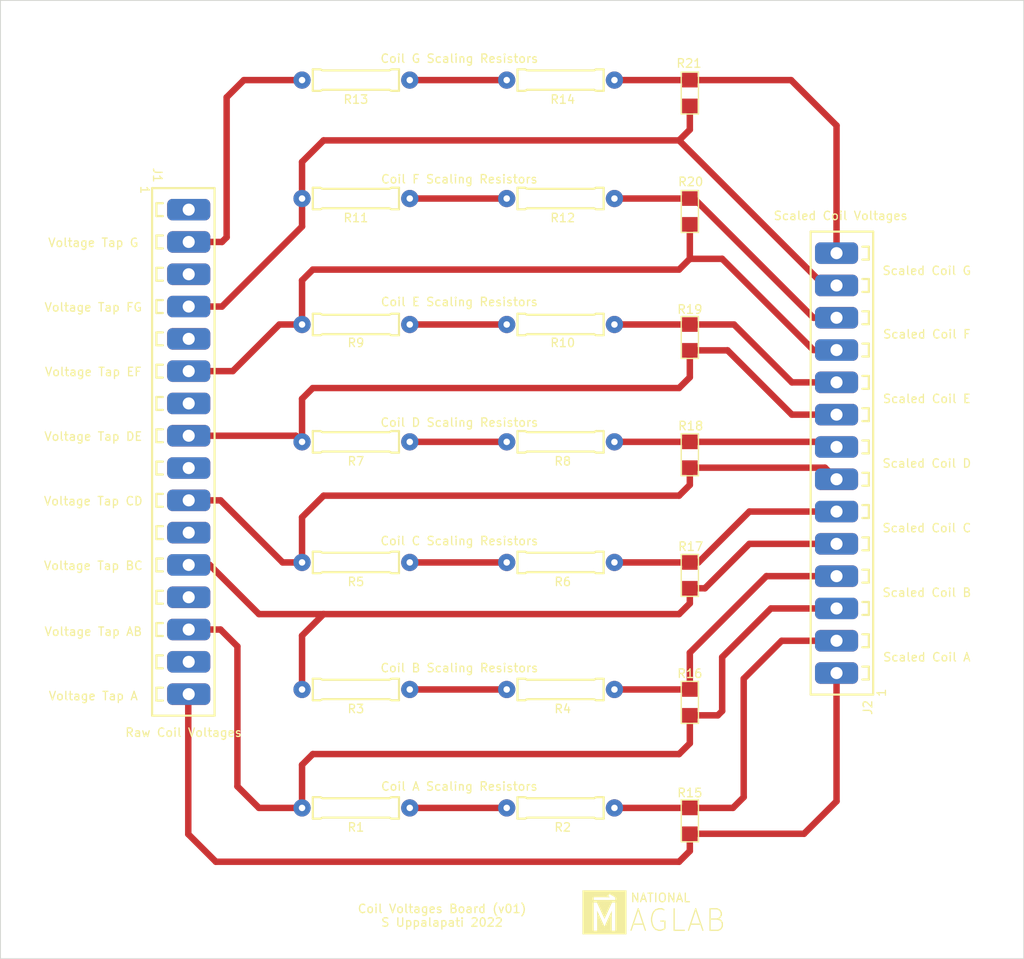
<source format=kicad_pcb>
(kicad_pcb (version 20211014) (generator pcbnew)
  (title_block (title "Coil Voltages Board") (date "10/14/2022") (rev "v01") (company "NHMFL") (comment 1 "Sujana Uppalapati"))
  (layers (0 "F.Cu" signal) (31 "B.Cu" signal) (34 "B.Paste" user) (35 "F.Paste" user) (36 "B.SilkS" user "B.Silkscreen") (37 "F.SilkS" user "F.Silkscreen") (38 "B.Mask" user) (39 "F.Mask" user) (44 "Edge.Cuts" user))
  (net 0 "")
  (net 1 "Net-(R1-Pad2)")
  (net 2 "Net-(R3-Pad2)")
  (net 3 "Net-(R5-Pad2)")
  (net 4 "Net-(R7-Pad2)")
  (net 5 "Net-(R10-Pad1)")
  (net 6 "Net-(J2-Pad10)")
  (net 7 "Net-(R11-Pad2)")
  (net 8 "Net-(J2-Pad12)")
  (net 9 "Net-(R13-Pad2)")
  (net 10 "Net-(J2-Pad14)")
  (net 11 "Net-(J1-Pad2)")
  (net 12 "Net-(J1-Pad4)")
  (net 13 "Net-(J1-Pad6)")
  (net 14 "Net-(J1-Pad8)")
  (net 16 "Net-(J1-Pad10)")
  (net 18 "Net-(J1-Pad12)")
  (net 20 "Net-(J1-Pad14)")
  (net 22 "Net-(J1-Pad16)")
  (net 24 "Net-(J2-Pad2)")
  (net 26 "Net-(J2-Pad4)")
  (net 28 "Net-(J2-Pad6)")
  (net 30 "Net-(J2-Pad8)")
  (footprint "ap_Resistor_SMD:R_1206" (layer "F.Cu") (at 151.13 90.424 -90)
    (fp_text reference "R17" (at -1.876 -0.1) (layer "F.SilkS") (effects (font (size 1.016 1.016))))
    (fp_text value "10K" hide)
    (pad "1" smd rect locked (at 0 0 270) (size 1.7272 1.8288) (layers "F.Cu" "F.Paste" "F.Mask") (net 28 "Net-(J2-Pad6)"))
    (pad "2" smd rect locked (at 3.048 0 270) (size 1.7272 1.8288) (layers "F.Cu" "F.Paste" "F.Mask") (net 18 "Net-(J1-Pad12)"))
  )
  (footprint "ap_Resistor_Thru:R_500" (layer "F.Cu") (at 105.41 119.38)
    (fp_text reference "R1" (at 6.35 2.286) (layer "F.SilkS"))
    (fp_text value "res_500" hide)
    (pad "1" thru_hole circle locked (at 0 0) (size 2.032 2.032) (drill 0.762) (layers *.Cu *.Mask) (net 20 "Net-(J1-Pad14)"))
    (pad "2" thru_hole circle locked (at 12.7 0) (size 2.032 2.032) (drill 0.762) (layers *.Cu *.Mask) (net 1 "Net-(R1-Pad2)"))
  )
  (footprint "ap_Resistor_SMD:R_1206" (layer "F.Cu") (at 151.13 76.2 -90)
    (fp_text reference "R18" (at -1.876 -0.1) (layer "F.SilkS") (effects (font (size 1.016 1.016))))
    (fp_text value "10K" hide)
    (pad "1" smd rect locked (at 0 0 270) (size 1.7272 1.8288) (layers "F.Cu" "F.Paste" "F.Mask") (net 30 "Net-(J2-Pad8)"))
    (pad "2" smd rect locked (at 3.048 0 270) (size 1.7272 1.8288) (layers "F.Cu" "F.Paste" "F.Mask") (net 16 "Net-(J1-Pad10)"))
  )
  (footprint "ap_Resistor_Thru:R_500" (layer "F.Cu") (at 129.54 33.528)
    (fp_text reference "R14" (at 6.604 2.286) (layer "F.SilkS"))
    (fp_text value "res_500" hide)
    (pad "1" thru_hole circle locked (at 0 0) (size 2.032 2.032) (drill 0.762) (layers *.Cu *.Mask) (net 9 "Net-(R13-Pad2)"))
    (pad "2" thru_hole circle locked (at 12.7 0) (size 2.032 2.032) (drill 0.762) (layers *.Cu *.Mask) (net 10 "Net-(J2-Pad14)"))
  )
  (footprint "ap_Resistor_Thru:R_500" (layer "F.Cu") (at 129.54 47.498)
    (fp_text reference "R12" (at 6.604 2.286) (layer "F.SilkS"))
    (fp_text value "res_500" hide)
    (pad "1" thru_hole circle locked (at 0 0) (size 2.032 2.032) (drill 0.762) (layers *.Cu *.Mask) (net 7 "Net-(R11-Pad2)"))
    (pad "2" thru_hole circle locked (at 12.7 0) (size 2.032 2.032) (drill 0.762) (layers *.Cu *.Mask) (net 8 "Net-(J2-Pad12)"))
  )
  (footprint "ap_Resistor_Thru:R_500" (layer "F.Cu") (at 129.54 62.357)
    (fp_text reference "R10" (at 6.604 2.159) (layer "F.SilkS"))
    (fp_text value "res_500" hide)
    (pad "1" thru_hole circle locked (at 0 0) (size 2.032 2.032) (drill 0.762) (layers *.Cu *.Mask) (net 5 "Net-(R10-Pad1)"))
    (pad "2" thru_hole circle locked (at 12.7 0) (size 2.032 2.032) (drill 0.762) (layers *.Cu *.Mask) (net 6 "Net-(J2-Pad10)"))
  )
  (footprint "ap_Pad_Hole:125_Hole_Iso" (layer "F.Cu") (at 182.88 31.75)
    (fp_text reference "Pad2" hide)
    (fp_text value "125_hole_iso" hide)
    (pad "" np_thru_hole circle locked (at 0 0) (size 3.175 3.175) (drill 3.175) (layers *.Cu *.Mask) (clearance 4.445))
  )
  (footprint "ap_Resistor_Thru:R_500" (layer "F.Cu") (at 105.41 76.2)
    (fp_text reference "R7" (at 6.35 2.286) (layer "F.SilkS"))
    (fp_text value "res_500" hide)
    (pad "1" thru_hole circle locked (at 0 0) (size 2.032 2.032) (drill 0.762) (layers *.Cu *.Mask) (net 14 "Net-(J1-Pad8)"))
    (pad "2" thru_hole circle locked (at 12.7 0) (size 2.032 2.032) (drill 0.762) (layers *.Cu *.Mask) (net 4 "Net-(R7-Pad2)"))
  )
  (footprint "ap_Pad_Hole:125_Hole_Iso" (layer "F.Cu") (at 182.88 129.54)
    (fp_text reference "Pad3" hide)
    (fp_text value "125_hole_iso" hide)
    (pad "" np_thru_hole circle locked (at 0 0) (size 3.175 3.175) (drill 3.175) (layers *.Cu *.Mask) (clearance 4.445))
  )
  (footprint "ap_Resistor_Thru:R_500" (layer "F.Cu") (at 105.41 90.424)
    (fp_text reference "R5" (at 6.35 2.286) (layer "F.SilkS"))
    (fp_text value "res_500" hide)
    (pad "1" thru_hole circle locked (at 0 0) (size 2.032 2.032) (drill 0.762) (layers *.Cu *.Mask) (net 16 "Net-(J1-Pad10)"))
    (pad "2" thru_hole circle locked (at 12.7 0) (size 2.032 2.032) (drill 0.762) (layers *.Cu *.Mask) (net 3 "Net-(R5-Pad2)"))
  )
  (footprint "ap_Resistor_SMD:R_1206" (layer "F.Cu") (at 151.13 105.41 -90)
    (fp_text reference "R16" (at -1.876 0) (layer "F.SilkS") (effects (font (size 1.016 1.016))))
    (fp_text value "10K" hide)
    (pad "1" smd rect locked (at 0 0 270) (size 1.7272 1.8288) (layers "F.Cu" "F.Paste" "F.Mask") (net 26 "Net-(J2-Pad4)"))
    (pad "2" smd rect locked (at 3.048 0 270) (size 1.7272 1.8288) (layers "F.Cu" "F.Paste" "F.Mask") (net 20 "Net-(J1-Pad14)"))
  )
  (footprint "ap_Resistor_Thru:R_500" (layer "F.Cu") (at 105.41 62.357)
    (fp_text reference "R9" (at 6.35 2.159) (layer "F.SilkS"))
    (fp_text value "res_500" hide)
    (pad "1" thru_hole circle locked (at 0 0) (size 2.032 2.032) (drill 0.762) (layers *.Cu *.Mask) (net 13 "Net-(J1-Pad6)"))
    (pad "2" thru_hole circle locked (at 12.7 0) (size 2.032 2.032) (drill 0.762) (layers *.Cu *.Mask) (net 5 "Net-(R10-Pad1)"))
  )
  (footprint "ap_Resistor_SMD:R_1206" (layer "F.Cu") (at 151.13 47.498 -90)
    (fp_text reference "R20" (at -1.976 -0.1) (layer "F.SilkS") (effects (font (size 1.016 1.016))))
    (fp_text value "10K" hide)
    (pad "1" smd rect locked (at 0 0 270) (size 1.7272 1.8288) (layers "F.Cu" "F.Paste" "F.Mask") (net 8 "Net-(J2-Pad12)"))
    (pad "2" smd rect locked (at 3.048 0 270) (size 1.7272 1.8288) (layers "F.Cu" "F.Paste" "F.Mask") (net 13 "Net-(J1-Pad6)"))
  )
  (footprint "ap_Resistor_Thru:R_500" (layer "F.Cu") (at 129.54 76.2)
    (fp_text reference "R8" (at 6.604 2.286) (layer "F.SilkS"))
    (fp_text value "res_500" hide)
    (pad "1" thru_hole circle locked (at 0 0) (size 2.032 2.032) (drill 0.762) (layers *.Cu *.Mask) (net 4 "Net-(R7-Pad2)"))
    (pad "2" thru_hole circle locked (at 12.7 0) (size 2.032 2.032) (drill 0.762) (layers *.Cu *.Mask) (net 30 "Net-(J2-Pad8)"))
  )
  (footprint "ap_Resistor_Thru:R_500" (layer "F.Cu") (at 129.54 105.41)
    (fp_text reference "R4" (at 6.604 2.286) (layer "F.SilkS"))
    (fp_text value "res_500" hide)
    (pad "1" thru_hole circle locked (at 0 0) (size 2.032 2.032) (drill 0.762) (layers *.Cu *.Mask) (net 2 "Net-(R3-Pad2)"))
    (pad "2" thru_hole circle locked (at 12.7 0) (size 2.032 2.032) (drill 0.762) (layers *.Cu *.Mask) (net 26 "Net-(J2-Pad4)"))
  )
  (footprint "ap_Resistor_SMD:R_1206" (layer "F.Cu") (at 151.13 119.38 -90)
    (fp_text reference "R15" (at -1.776 0) (layer "F.SilkS") (effects (font (size 1.016 1.016))))
    (fp_text value "10K" hide)
    (pad "1" smd rect locked (at 0 0 270) (size 1.7272 1.8288) (layers "F.Cu" "F.Paste" "F.Mask") (net 24 "Net-(J2-Pad2)"))
    (pad "2" smd rect locked (at 3.048 0 270) (size 1.7272 1.8288) (layers "F.Cu" "F.Paste" "F.Mask") (net 22 "Net-(J1-Pad16)"))
  )
  (footprint "ap_Pad_Hole:125_Hole_Iso" (layer "F.Cu") (at 77.47 31.75)
    (fp_text reference "Pad1" hide)
    (fp_text value "125_hole_iso" hide)
    (pad "" np_thru_hole circle locked (at 0 0) (size 3.175 3.175) (drill 3.175) (layers *.Cu *.Mask) (clearance 4.445))
  )
  (footprint "ap_Pad_Hole:125_Hole_Iso" (layer "F.Cu") (at 77.47 129.54)
    (fp_text reference "Pad4" hide)
    (fp_text value "125_hole_iso" hide)
    (pad "" np_thru_hole circle locked (at 0 0) (size 3.175 3.175) (drill 3.175) (layers *.Cu *.Mask) (clearance 4.445))
  )
  (footprint "ap_Resistor_Thru:R_500" (layer "F.Cu") (at 105.41 47.498)
    (fp_text reference "R11" (at 6.35 2.286) (layer "F.SilkS"))
    (fp_text value "res_500" hide)
    (pad "1" thru_hole circle locked (at 0 0) (size 2.032 2.032) (drill 0.762) (layers *.Cu *.Mask) (net 12 "Net-(J1-Pad4)"))
    (pad "2" thru_hole circle locked (at 12.7 0) (size 2.032 2.032) (drill 0.762) (layers *.Cu *.Mask) (net 7 "Net-(R11-Pad2)"))
  )
  (footprint "KiCAD Library_SU:MCV_16Pin_1803565" (layer "F.Cu") (at 92.05 48.81 -90)
    (fp_text reference "J1" (at -4.064 3.683 -90 unlocked) (layer "F.SilkS") (effects (font (size 1.016 1.016))))
    (fp_text value "MCV_16Pin_1803565" hide)
    (pad "1" thru_hole roundrect (at 0 0 270) (size 2.54 5.08) (drill 1.4224) (layers *.Cu *.Mask))
    (pad "2" thru_hole roundrect (at 3.81 0 270) (size 2.54 5.08) (drill 1.4224) (layers *.Cu *.Mask) (net 11 "Net-(J1-Pad2)"))
    (pad "3" thru_hole roundrect (at 7.62 0 270) (size 2.54 5.08) (drill 1.4224) (layers *.Cu *.Mask))
    (pad "4" thru_hole roundrect (at 11.43 0 270) (size 2.54 5.08) (drill 1.4224) (layers *.Cu *.Mask) (net 12 "Net-(J1-Pad4)"))
    (pad "5" thru_hole roundrect (at 15.24 0 270) (size 2.54 5.08) (drill 1.4224) (layers *.Cu *.Mask))
    (pad "6" thru_hole roundrect (at 19.05 0 270) (size 2.54 5.08) (drill 1.4224) (layers *.Cu *.Mask) (net 13 "Net-(J1-Pad6)"))
    (pad "7" thru_hole roundrect (at 22.86 0 270) (size 2.54 5.08) (drill 1.4224) (layers *.Cu *.Mask))
    (pad "8" thru_hole roundrect (at 26.67 0 270) (size 2.54 5.08) (drill 1.4224) (layers *.Cu *.Mask) (net 14 "Net-(J1-Pad8)"))
    (pad "9" thru_hole roundrect (at 30.48 0 270) (size 2.54 5.08) (drill 1.4224) (layers *.Cu *.Mask))
    (pad "10" thru_hole roundrect (at 34.29 0 270) (size 2.54 5.08) (drill 1.4224) (layers *.Cu *.Mask) (net 16 "Net-(J1-Pad10)"))
    (pad "11" thru_hole roundrect (at 38.1 0 270) (size 2.54 5.08) (drill 1.4224) (layers *.Cu *.Mask))
    (pad "12" thru_hole roundrect (at 41.91 0 270) (size 2.54 5.08) (drill 1.4224) (layers *.Cu *.Mask) (net 18 "Net-(J1-Pad12)"))
    (pad "13" thru_hole roundrect (at 45.72 0 270) (size 2.54 5.08) (drill 1.4224) (layers *.Cu *.Mask))
    (pad "14" thru_hole roundrect (at 49.53 0 270) (size 2.54 5.08) (drill 1.4224) (layers *.Cu *.Mask) (net 20 "Net-(J1-Pad14)"))
    (pad "15" thru_hole roundrect (at 53.34 0 270) (size 2.54 5.08) (drill 1.4224) (layers *.Cu *.Mask))
    (pad "16" thru_hole roundrect (at 57.15 0 270) (size 2.54 5.08) (drill 1.4224) (layers *.Cu *.Mask) (net 22 "Net-(J1-Pad16)"))
  )
  (footprint "ap_Resistor_Thru:R_500" (layer "F.Cu") (at 129.54 90.424)
    (fp_text reference "R6" (at 6.604 2.286) (layer "F.SilkS"))
    (fp_text value "res_500" hide)
    (pad "1" thru_hole circle locked (at 0 0) (size 2.032 2.032) (drill 0.762) (layers *.Cu *.Mask) (net 3 "Net-(R5-Pad2)"))
    (pad "2" thru_hole circle locked (at 12.7 0) (size 2.032 2.032) (drill 0.762) (layers *.Cu *.Mask) (net 28 "Net-(J2-Pad6)"))
  )
  (footprint "ap_Resistor_Thru:R_500" (layer "F.Cu") (at 105.41 33.528)
    (fp_text reference "R13" (at 6.35 2.286) (layer "F.SilkS"))
    (fp_text value "res_500" hide)
    (pad "1" thru_hole circle locked (at 0 0) (size 2.032 2.032) (drill 0.762) (layers *.Cu *.Mask) (net 11 "Net-(J1-Pad2)"))
    (pad "2" thru_hole circle locked (at 12.7 0) (size 2.032 2.032) (drill 0.762) (layers *.Cu *.Mask) (net 9 "Net-(R13-Pad2)"))
  )
  (footprint "KiCAD Library_SU:MCV_14Pin_1803549" (layer "F.Cu") (at 168.425 103.472 90)
    (fp_text reference "J2" (at -4.064 3.683 90) (layer "F.SilkS") (effects (font (size 1.016 1.016))))
    (fp_text value "MCV_14Pin_1803549" hide)
    (pad "1" thru_hole roundrect (at 0 0 90) (size 2.54 5.08) (drill 1.4224) (layers *.Cu *.Mask) (net 22 "Net-(J1-Pad16)"))
    (pad "2" thru_hole roundrect (at 3.81 0 90) (size 2.54 5.08) (drill 1.4224) (layers *.Cu *.Mask) (net 24 "Net-(J2-Pad2)"))
    (pad "3" thru_hole roundrect (at 7.62 0 90) (size 2.54 5.08) (drill 1.4224) (layers *.Cu *.Mask) (net 20 "Net-(J1-Pad14)"))
    (pad "4" thru_hole roundrect (at 11.43 0 90) (size 2.54 5.08) (drill 1.4224) (layers *.Cu *.Mask) (net 26 "Net-(J2-Pad4)"))
    (pad "5" thru_hole roundrect (at 15.24 0 90) (size 2.54 5.08) (drill 1.4224) (layers *.Cu *.Mask) (net 18 "Net-(J1-Pad12)"))
    (pad "6" thru_hole roundrect (at 19.05 0 90) (size 2.54 5.08) (drill 1.4224) (layers *.Cu *.Mask) (net 28 "Net-(J2-Pad6)"))
    (pad "7" thru_hole roundrect (at 22.86 0 90) (size 2.54 5.08) (drill 1.4224) (layers *.Cu *.Mask) (net 16 "Net-(J1-Pad10)"))
    (pad "8" thru_hole roundrect (at 26.67 0 90) (size 2.54 5.08) (drill 1.4224) (layers *.Cu *.Mask) (net 30 "Net-(J2-Pad8)"))
    (pad "9" thru_hole roundrect (at 30.48 0 90) (size 2.54 5.08) (drill 1.4224) (layers *.Cu *.Mask) (net 14 "Net-(J1-Pad8)"))
    (pad "10" thru_hole roundrect (at 34.29 0 90) (size 2.54 5.08) (drill 1.4224) (layers *.Cu *.Mask) (net 6 "Net-(J2-Pad10)"))
    (pad "11" thru_hole roundrect (at 38.1 0 90) (size 2.54 5.08) (drill 1.4224) (layers *.Cu *.Mask) (net 13 "Net-(J1-Pad6)"))
    (pad "12" thru_hole roundrect (at 41.91 0 90) (size 2.54 5.08) (drill 1.4224) (layers *.Cu *.Mask) (net 8 "Net-(J2-Pad12)"))
    (pad "13" thru_hole roundrect (at 45.72 0 90) (size 2.54 5.08) (drill 1.4224) (layers *.Cu *.Mask) (net 12 "Net-(J1-Pad4)"))
    (pad "14" thru_hole roundrect (at 49.53 0 90) (size 2.54 5.08) (drill 1.4224) (layers *.Cu *.Mask) (net 10 "Net-(J2-Pad14)"))
  )
  (footprint "ap_Resistor_SMD:R_1206" (layer "F.Cu") (at 151.13 33.528 -90)
    (fp_text reference "R21" (at -1.976 0.1) (layer "F.SilkS") (effects (font (size 1.016 1.016))))
    (fp_text value "10K" hide)
    (pad "1" smd rect locked (at 0 0 270) (size 1.7272 1.8288) (layers "F.Cu" "F.Paste" "F.Mask") (net 10 "Net-(J2-Pad14)"))
    (pad "2" smd rect locked (at 3.048 0 270) (size 1.7272 1.8288) (layers "F.Cu" "F.Paste" "F.Mask") (net 12 "Net-(J1-Pad4)"))
  )
  (footprint "ap_Resistor_Thru:R_500" (layer "F.Cu") (at 129.54 119.38)
    (fp_text reference "R2" (at 6.604 2.286) (layer "F.SilkS"))
    (fp_text value "res_500" hide)
    (pad "1" thru_hole circle locked (at 0 0) (size 2.032 2.032) (drill 0.762) (layers *.Cu *.Mask) (net 1 "Net-(R1-Pad2)"))
    (pad "2" thru_hole circle locked (at 12.7 0) (size 2.032 2.032) (drill 0.762) (layers *.Cu *.Mask) (net 24 "Net-(J2-Pad2)"))
  )
  (footprint "ap_PCB_Misc:Maglab_Logo" (layer "F.Cu") (at 138.525 134.23667)
    (fp_text reference "111" hide)
    (fp_text value "MAGLAB_LOGO_1_2" hide)
    (fp_text user "AGLAB" (at 11.176 -1.5875) (layer "F.SilkS") (effects (font (size 2.54 2.54))))
    (fp_text user "NATIONAL" (at 9.144 -4.2545) (layer "F.SilkS") (effects (font (size 1.016 1.016))))
  )
  (footprint "ap_Resistor_SMD:R_1206" (layer "F.Cu") (at 151.13 62.357 -90)
    (fp_text reference "R19" (at -1.776 0) (layer "F.SilkS") (effects (font (size 1.016 1.016))))
    (fp_text value "10K" hide)
    (pad "1" smd rect locked (at 0 0 270) (size 1.7272 1.8288) (layers "F.Cu" "F.Paste" "F.Mask") (net 6 "Net-(J2-Pad10)"))
    (pad "2" smd rect locked (at 3.048 0 270) (size 1.7272 1.8288) (layers "F.Cu" "F.Paste" "F.Mask") (net 14 "Net-(J1-Pad8)"))
  )
  (footprint "ap_Resistor_Thru:R_500" (layer "F.Cu") (at 105.41 105.41)
    (fp_text reference "R3" (at 6.35 2.286) (layer "F.SilkS"))
    (fp_text value "res_500" hide)
    (pad "1" thru_hole circle locked (at 0 0) (size 2.032 2.032) (drill 0.762) (layers *.Cu *.Mask) (net 18 "Net-(J1-Pad12)"))
    (pad "2" thru_hole circle locked (at 12.7 0) (size 2.032 2.032) (drill 0.762) (layers *.Cu *.Mask) (net 2 "Net-(R3-Pad2)"))
  )
  (gr_rect (start 69.85 24.13) (end 190.5 137.16) (layer "Edge.Cuts") (width 0.1) (fill none))
  (gr_text "Scaled Coil B" (at 179.07 93.98) (layer "F.SilkS") (effects (font (size 1 1))))
  (gr_text "Coil Voltages Board (v01)\nS Uppalapati 2022" (at 121.92 132.08) (layer "F.SilkS") (effects (font (size 1 1))))
  (gr_text "Voltage Tap FG" (at 80.7974 60.325) (layer "F.SilkS") (effects (font (size 1 1))))
  (gr_text "Voltage Tap BC" (at 80.7974 90.805) (layer "F.SilkS") (effects (font (size 1 1))))
  (gr_text "Coil B Scaling Resistors" (at 123.952 102.87) (layer "F.SilkS") (effects (font (size 1 1))))
  (gr_text "Scaled Coil F" (at 179.07 63.5) (layer "F.SilkS") (effects (font (size 1 1))))
  (gr_text "Scaled Coil Voltages" (at 168.91 49.53) (layer "F.SilkS") (effects (font (size 1 1))))
  (gr_text "Coil F Scaling Resistors" (at 123.952 45.212) (layer "F.SilkS") (effects (font (size 1 1))))
  (gr_text "Voltage Tap G" (at 80.7974 52.705) (layer "F.SilkS") (effects (font (size 1 1))))
  (gr_text "Scaled Coil E" (at 179.07 71.12) (layer "F.SilkS") (effects (font (size 1 1))))
  (gr_text "Coil E Scaling Resistors" (at 123.952 59.69) (layer "F.SilkS") (effects (font (size 1 1))))
  (gr_text "Voltage Tap EF" (at 80.7974 67.945) (layer "F.SilkS") (effects (font (size 1 1))))
  (gr_text "Scaled Coil D" (at 179.07 78.74) (layer "F.SilkS") (effects (font (size 1 1))))
  (gr_text "Scaled Coil A" (at 179.07 101.6) (layer "F.SilkS") (effects (font (size 1 1))))
  (gr_text "Voltage Tap CD" (at 80.7974 83.185) (layer "F.SilkS") (effects (font (size 1 1))))
  (gr_text "Coil C Scaling Resistors" (at 123.952 87.884) (layer "F.SilkS") (effects (font (size 1 1))))
  (gr_text "Raw Coil Voltages" (at 91.44 110.49) (layer "F.SilkS") (effects (font (size 1 1))))
  (gr_text "Voltage Tap DE\n" (at 80.7974 75.565) (layer "F.SilkS") (effects (font (size 1 1))))
  (gr_text "1" (at 86.868 46.482 -90) (layer "F.SilkS") (effects (font (size 1 1))))
  (gr_text "Coil G Scaling Resistors" (at 123.952 30.988) (layer "F.SilkS") (effects (font (size 1 1))))
  (gr_text "Voltage Tap AB" (at 80.7974 98.5774) (layer "F.SilkS") (effects (font (size 1 1))))
  (gr_text "1" (at 173.736 105.791 90) (layer "F.SilkS") (effects (font (size 1 1))))
  (gr_text "Coil A Scaling Resistors" (at 123.952 116.84) (layer "F.SilkS") (effects (font (size 1 1))))
  (gr_text "Coil D Scaling Resistors" (at 123.952 73.914) (layer "F.SilkS") (effects (font (size 1 1))))
  (gr_text "Scaled Coil C" (at 179.07 86.36) (layer "F.SilkS") (effects (font (size 1 1))))
  (gr_text "Voltage Tap A" (at 80.7974 106.172) (layer "F.SilkS") (effects (font (size 1 1))))
  (gr_text "Scaled Coil G" (at 179.07 56.007) (layer "F.SilkS") (effects (font (size 1 1))))
  (segment (start 118.11 119.38) (end 129.54 119.38) (width 0.762) (layer "F.Cu") (net 1))
  (segment (start 118.11 105.41) (end 129.54 105.41) (width 0.762) (layer "F.Cu") (net 2))
  (segment (start 118.11 90.424) (end 129.54 90.424) (width 0.762) (layer "F.Cu") (net 3))
  (segment (start 118.11 76.2) (end 129.54 76.2) (width 0.762) (layer "F.Cu") (net 4))
  (segment (start 118.11 62.357) (end 129.54 62.357) (width 0.762) (layer "F.Cu") (net 5))
  (segment (start 163.162 69.182) (end 156.337 62.357) (width 0.762) (layer "F.Cu") (net 6))
  (segment (start 156.337 62.357) (end 151.13 62.357) (width 0.762) (layer "F.Cu") (net 6))
  (segment (start 142.24 62.357) (end 151.13 62.357) (width 0.762) (layer "F.Cu") (net 6))
  (segment (start 168.425 69.182) (end 163.162 69.182) (width 0.762) (layer "F.Cu") (net 6))
  (segment (start 118.11 47.498) (end 129.54 47.498) (width 0.762) (layer "F.Cu") (net 7))
  (segment (start 151.638 47.498) (end 151.13 47.498) (width 0.762) (layer "F.Cu") (net 8))
  (segment (start 168.425 61.562) (end 165.702 61.562) (width 0.762) (layer "F.Cu") (net 8))
  (segment (start 165.702 61.562) (end 151.638 47.498) (width 0.762) (layer "F.Cu") (net 8))
  (segment (start 142.24 47.498) (end 151.13 47.498) (width 0.762) (layer "F.Cu") (net 8))
  (segment (start 129.54 33.528) (end 118.11 33.528) (width 0.762) (layer "F.Cu") (net 9))
  (segment (start 168.425 38.885) (end 163.068 33.528) (width 0.762) (layer "F.Cu") (net 10))
  (segment (start 142.24 33.528) (end 151.13 33.528) (width 0.762) (layer "F.Cu") (net 10))
  (segment (start 163.068 33.528) (end 151.13 33.528) (width 0.762) (layer "F.Cu") (net 10))
  (segment (start 168.425 53.942) (end 168.425 38.885) (width 0.762) (layer "F.Cu") (net 10))
  (segment (start 98.552 33.528) (end 105.41 33.528) (width 0.762) (layer "F.Cu") (net 11))
  (segment (start 96.52 35.56) (end 98.552 33.528) (width 0.762) (layer "F.Cu") (net 11))
  (segment (start 95.97 52.62) (end 96.52 52.07) (width 0.762) (layer "F.Cu") (net 11))
  (segment (start 92.05 52.62) (end 95.97 52.62) (width 0.762) (layer "F.Cu") (net 11))
  (segment (start 96.52 52.07) (end 96.52 35.56) (width 0.762) (layer "F.Cu") (net 11))
  (segment (start 149.86 40.64) (end 151.13 39.37) (width 0.762) (layer "F.Cu") (net 12))
  (segment (start 151.13 39.37) (end 151.13 36.576) (width 0.762) (layer "F.Cu") (net 12))
  (segment (start 107.95 40.64) (end 149.86 40.64) (width 0.762) (layer "F.Cu") (net 12))
  (segment (start 166.972 57.752) (end 149.86 40.64) (width 0.762) (layer "F.Cu") (net 12))
  (segment (start 95.97 60.24) (end 105.41 50.8) (width 0.762) (layer "F.Cu") (net 12))
  (segment (start 105.41 43.18) (end 107.95 40.64) (width 0.762) (layer "F.Cu") (net 12))
  (segment (start 105.41 47.498) (end 105.41 43.18) (width 0.762) (layer "F.Cu") (net 12))
  (segment (start 105.41 50.8) (end 105.41 47.498) (width 0.762) (layer "F.Cu") (net 12))
  (segment (start 92.05 60.24) (end 95.97 60.24) (width 0.762) (layer "F.Cu") (net 12))
  (segment (start 168.425 57.752) (end 166.972 57.752) (width 0.762) (layer "F.Cu") (net 12))
  (segment (start 105.41 57.15) (end 106.68 55.88) (width 0.762) (layer "F.Cu") (net 13))
  (segment (start 165.702 65.372) (end 154.94 54.61) (width 0.762) (layer "F.Cu") (net 13))
  (segment (start 105.41 62.357) (end 105.41 57.15) (width 0.762) (layer "F.Cu") (net 13))
  (segment (start 102.743 62.357) (end 105.41 62.357) (width 0.762) (layer "F.Cu") (net 13))
  (segment (start 97.24 67.86) (end 102.743 62.357) (width 0.762) (layer "F.Cu") (net 13))
  (segment (start 92.05 67.86) (end 97.24 67.86) (width 0.762) (layer "F.Cu") (net 13))
  (segment (start 151.13 54.61) (end 151.13 50.546) (width 0.762) (layer "F.Cu") (net 13))
  (segment (start 149.86 55.88) (end 151.13 54.61) (width 0.762) (layer "F.Cu") (net 13))
  (segment (start 154.94 54.61) (end 151.13 54.61) (width 0.762) (layer "F.Cu") (net 13))
  (segment (start 106.68 55.88) (end 149.86 55.88) (width 0.762) (layer "F.Cu") (net 13))
  (segment (start 168.425 65.372) (end 165.702 65.372) (width 0.762) (layer "F.Cu") (net 13))
  (segment (start 151.13 68.58) (end 151.13 65.405) (width 0.762) (layer "F.Cu") (net 14))
  (segment (start 105.41 76.2) (end 105.41 71.12) (width 0.762) (layer "F.Cu") (net 14))
  (segment (start 92.05 75.48) (end 104.69 75.48) (width 0.762) (layer "F.Cu") (net 14))
  (segment (start 168.425 72.992) (end 163.162 72.992) (width 0.762) (layer "F.Cu") (net 14))
  (segment (start 105.41 71.12) (end 106.68 69.85) (width 0.762) (layer "F.Cu") (net 14))
  (segment (start 155.575 65.405) (end 151.13 65.405) (width 0.762) (layer "F.Cu") (net 14))
  (segment (start 104.69 75.48) (end 105.41 76.2) (width 0.762) (layer "F.Cu") (net 14))
  (segment (start 149.86 69.85) (end 151.13 68.58) (width 0.762) (layer "F.Cu") (net 14))
  (segment (start 106.68 69.85) (end 149.86 69.85) (width 0.762) (layer "F.Cu") (net 14))
  (segment (start 163.162 72.992) (end 155.575 65.405) (width 0.762) (layer "F.Cu") (net 14))
  (segment (start 168.425 80.612) (end 167.061 79.248) (width 0.762) (layer "F.Cu") (net 16))
  (segment (start 151.13 81.28) (end 151.13 79.248) (width 0.762) (layer "F.Cu") (net 16))
  (segment (start 149.86 82.55) (end 151.13 81.28) (width 0.762) (layer "F.Cu") (net 16))
  (segment (start 95.8 83.1) (end 103.124 90.424) (width 0.762) (layer "F.Cu") (net 16))
  (segment (start 105.41 90.424) (end 105.41 85.09) (width 0.762) (layer "F.Cu") (net 16))
  (segment (start 103.124 90.424) (end 105.41 90.424) (width 0.762) (layer "F.Cu") (net 16))
  (segment (start 92.05 83.1) (end 95.8 83.1) (width 0.762) (layer "F.Cu") (net 16))
  (segment (start 167.061 79.248) (end 151.13 79.248) (width 0.762) (layer "F.Cu") (net 16))
  (segment (start 107.95 82.55) (end 149.86 82.55) (width 0.762) (layer "F.Cu") (net 16))
  (segment (start 105.41 85.09) (end 107.95 82.55) (width 0.762) (layer "F.Cu") (net 16))
  (segment (start 149.86 96.52) (end 151.13 95.25) (width 0.762) (layer "F.Cu") (net 18))
  (segment (start 100.33 96.52) (end 94.53 90.72) (width 0.762) (layer "F.Cu") (net 18))
  (segment (start 107.95 96.52) (end 149.86 96.52) (width 0.762) (layer "F.Cu") (net 18))
  (segment (start 107.95 96.52) (end 100.33 96.52) (width 0.762) (layer "F.Cu") (net 18))
  (segment (start 152.908 93.472) (end 158.148 88.232) (width 0.762) (layer "F.Cu") (net 18))
  (segment (start 151.13 95.25) (end 151.13 93.472) (width 0.762) (layer "F.Cu") (net 18))
  (segment (start 105.41 99.06) (end 107.95 96.52) (width 0.762) (layer "F.Cu") (net 18))
  (segment (start 105.41 105.41) (end 105.41 99.06) (width 0.762) (layer "F.Cu") (net 18))
  (segment (start 158.148 88.232) (end 168.425 88.232) (width 0.762) (layer "F.Cu") (net 18))
  (segment (start 94.53 90.72) (end 92.05 90.72) (width 0.762) (layer "F.Cu") (net 18))
  (segment (start 151.13 93.472) (end 152.908 93.472) (width 0.762) (layer "F.Cu") (net 18))
  (segment (start 168.425 95.852) (end 160.688 95.852) (width 0.762) (layer "F.Cu") (net 20))
  (segment (start 92.05 98.34) (end 95.8 98.34) (width 0.762) (layer "F.Cu") (net 20))
  (segment (start 100.33 119.38) (end 105.41 119.38) (width 0.762) (layer "F.Cu") (net 20))
  (segment (start 97.79 116.84) (end 100.33 119.38) (width 0.762) (layer "F.Cu") (net 20))
  (segment (start 105.41 114.3) (end 106.68 113.03) (width 0.762) (layer "F.Cu") (net 20))
  (segment (start 149.86 113.03) (end 151.13 111.76) (width 0.762) (layer "F.Cu") (net 20))
  (segment (start 105.41 119.38) (end 105.41 114.3) (width 0.762) (layer "F.Cu") (net 20))
  (segment (start 151.13 111.76) (end 151.13 108.458) (width 0.762) (layer "F.Cu") (net 20))
  (segment (start 154.432 108.458) (end 151.13 108.458) (width 0.762) (layer "F.Cu") (net 20))
  (segment (start 97.79 100.33) (end 97.79 116.84) (width 0.762) (layer "F.Cu") (net 20))
  (segment (start 160.688 95.852) (end 154.94 101.6) (width 0.762) (layer "F.Cu") (net 20))
  (segment (start 154.94 107.95) (end 154.432 108.458) (width 0.762) (layer "F.Cu") (net 20))
  (segment (start 154.94 101.6) (end 154.94 107.95) (width 0.762) (layer "F.Cu") (net 20))
  (segment (start 95.8 98.34) (end 97.79 100.33) (width 0.762) (layer "F.Cu") (net 20))
  (segment (start 106.68 113.03) (end 149.86 113.03) (width 0.762) (layer "F.Cu") (net 20))
  (segment (start 95.25 125.73) (end 149.86 125.73) (width 0.762) (layer "F.Cu") (net 22))
  (segment (start 164.592 122.428) (end 151.13 122.428) (width 0.762) (layer "F.Cu") (net 22))
  (segment (start 91.995724 122.475724) (end 95.25 125.73) (width 0.762) (layer "F.Cu") (net 22))
  (segment (start 149.86 125.73) (end 151.13 124.46) (width 0.762) (layer "F.Cu") (net 22))
  (segment (start 92.05 105.96) (end 91.995724 106.014276) (width 0.762) (layer "F.Cu") (net 22))
  (segment (start 91.995724 106.014276) (end 91.995724 122.475724) (width 0.762) (layer "F.Cu") (net 22))
  (segment (start 151.13 124.46) (end 151.13 122.428) (width 0.762) (layer "F.Cu") (net 22))
  (segment (start 168.425 118.595) (end 164.592 122.428) (width 0.762) (layer "F.Cu") (net 22))
  (segment (start 168.425 103.472) (end 168.425 118.595) (width 0.762) (layer "F.Cu") (net 22))
  (segment (start 161.958 99.662) (end 168.425 99.662) (width 0.762) (layer "F.Cu") (net 24))
  (segment (start 156.21 119.38) (end 157.48 118.11) (width 0.762) (layer "F.Cu") (net 24))
  (segment (start 142.24 119.38) (end 151.13 119.38) (width 0.762) (layer "F.Cu") (net 24))
  (segment (start 157.48 118.11) (end 157.48 104.14) (width 0.762) (layer "F.Cu") (net 24))
  (segment (start 157.48 104.14) (end 161.958 99.662) (width 0.762) (layer "F.Cu") (net 24))
  (segment (start 151.13 119.38) (end 156.21 119.38) (width 0.762) (layer "F.Cu") (net 24))
  (segment (start 151.13 101.067861) (end 160.155861 92.042) (width 0.762) (layer "F.Cu") (net 26))
  (segment (start 160.155861 92.042) (end 168.425 92.042) (width 0.762) (layer "F.Cu") (net 26))
  (segment (start 151.13 105.41) (end 151.13 101.067861) (width 0.762) (layer "F.Cu") (net 26))
  (segment (start 142.24 105.41) (end 151.13 105.41) (width 0.762) (layer "F.Cu") (net 26))
  (segment (start 151.13 90.424) (end 152.146 90.424) (width 0.762) (layer "F.Cu") (net 28))
  (segment (start 158.148 84.422) (end 168.425 84.422) (width 0.762) (layer "F.Cu") (net 28))
  (segment (start 152.146 90.424) (end 158.148 84.422) (width 0.762) (layer "F.Cu") (net 28))
  (segment (start 142.24 90.424) (end 151.13 90.424) (width 0.762) (layer "F.Cu") (net 28))
  (segment (start 151.13 76.2) (end 167.823 76.2) (width 0.762) (layer "F.Cu") (net 30))
  (segment (start 167.823 76.2) (end 168.425 76.802) (width 0.762) (layer "F.Cu") (net 30))
  (segment (start 142.24 76.2) (end 151.13 76.2) (width 0.762) (layer "F.Cu") (net 30))
)
</source>
